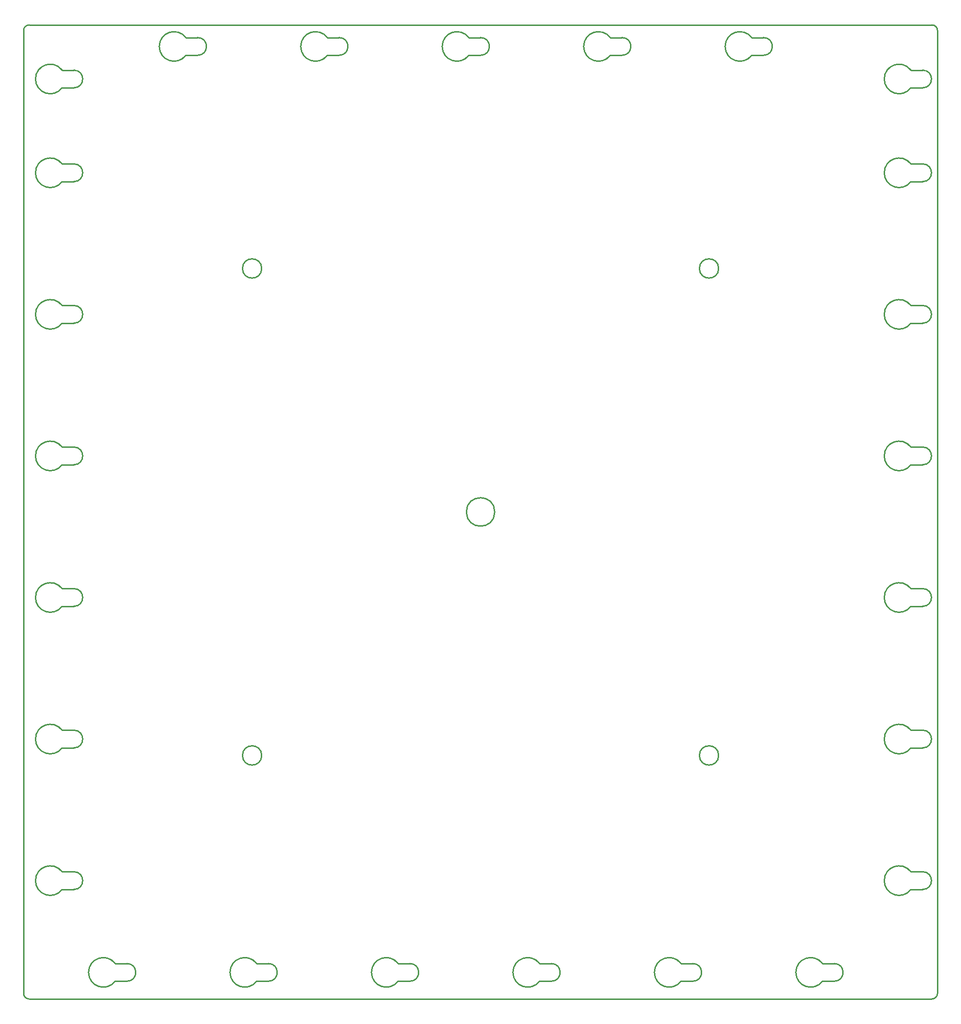
<source format=gbr>
%TF.GenerationSoftware,KiCad,Pcbnew,7.0.9*%
%TF.CreationDate,2024-08-20T15:44:40-06:00*%
%TF.ProjectId,bottom 40k wall,626f7474-6f6d-4203-9430-6b2077616c6c,rev?*%
%TF.SameCoordinates,Original*%
%TF.FileFunction,Profile,NP*%
%FSLAX46Y46*%
G04 Gerber Fmt 4.6, Leading zero omitted, Abs format (unit mm)*
G04 Created by KiCad (PCBNEW 7.0.9) date 2024-08-20 15:44:40*
%MOMM*%
%LPD*%
G01*
G04 APERTURE LIST*
%TA.AperFunction,Profile*%
%ADD10C,0.250000*%
%TD*%
G04 APERTURE END LIST*
D10*
X0Y-172745000D02*
G75*
G03*
X1000000Y-173745000I1000000J0D01*
G01*
X161425000Y-103307500D02*
X159309373Y-103307500D01*
X118034373Y-167395000D02*
G75*
G03*
X118034373Y-170570000I-2121873J-1587500D01*
G01*
X145550000Y-167395000D02*
X143434373Y-167395000D01*
X120150000Y-170570000D02*
G75*
G03*
X120150000Y-167395000I0J1587500D01*
G01*
X161425000Y-7100000D02*
X159309373Y-7100000D01*
X161425000Y-49332500D02*
X159309373Y-49332500D01*
X1000000Y-173745000D02*
X163100000Y-173745000D01*
X0Y0D02*
X0Y-172745000D01*
X18550000Y-170570000D02*
G75*
G03*
X18550000Y-167395000I0J1587500D01*
G01*
X67234373Y-167395000D02*
G75*
G03*
X67234373Y-170570000I-2121873J-1587500D01*
G01*
X161425000Y-100132500D02*
X159309373Y-100132500D01*
X161425000Y-77907500D02*
X159309373Y-77907500D01*
X82050000Y-4437500D02*
X79934373Y-4437500D01*
X161425000Y-10275000D02*
G75*
G03*
X161425000Y-7100000I0J1587500D01*
G01*
X9025000Y-103307500D02*
G75*
G03*
X9025000Y-100132500I0J1587500D01*
G01*
X161425000Y-74732500D02*
X159309373Y-74732500D01*
X9025000Y-23932500D02*
X6909373Y-23932500D01*
X1000000Y1000000D02*
X163100000Y1000000D01*
X6909373Y-125532500D02*
G75*
G03*
X6909373Y-128707500I-2121873J-1587500D01*
G01*
X9025000Y-49332500D02*
X6909373Y-49332500D01*
X9025000Y-27107500D02*
X6909373Y-27107500D01*
X94750000Y-170570000D02*
G75*
G03*
X94750000Y-167395000I0J1587500D01*
G01*
X159309373Y-23932500D02*
G75*
G03*
X159309373Y-27107500I-2121873J-1587500D01*
G01*
X9025000Y-100132500D02*
X6909373Y-100132500D01*
X124800000Y-130058750D02*
G75*
G03*
X124800000Y-130058750I-1725000J0D01*
G01*
X132850000Y-4437500D02*
G75*
G03*
X132850000Y-1262500I0J1587500D01*
G01*
X6909373Y-7100000D02*
G75*
G03*
X6909373Y-10275000I-2121873J-1587500D01*
G01*
X9025000Y-128707500D02*
X6909373Y-128707500D01*
X161425000Y-150932500D02*
X159309373Y-150932500D01*
X6909373Y-23932500D02*
G75*
G03*
X6909373Y-27107500I-2121873J-1587500D01*
G01*
X161425000Y-10275000D02*
X159309373Y-10275000D01*
X9025000Y-77907500D02*
G75*
G03*
X9025000Y-74732500I0J1587500D01*
G01*
X9025000Y-128707500D02*
G75*
G03*
X9025000Y-125532500I0J1587500D01*
G01*
X31250000Y-4437500D02*
X29134373Y-4437500D01*
X161425000Y-23932500D02*
X159309373Y-23932500D01*
X43950000Y-167395000D02*
X41834373Y-167395000D01*
X31250000Y-1262500D02*
X29134373Y-1262500D01*
X161425000Y-52507500D02*
G75*
G03*
X161425000Y-49332500I0J1587500D01*
G01*
X92634373Y-167395000D02*
G75*
G03*
X92634373Y-170570000I-2121873J-1587500D01*
G01*
X164100000Y0D02*
G75*
G03*
X163100000Y1000000I-1000000J0D01*
G01*
X161425000Y-77907500D02*
G75*
G03*
X161425000Y-74732500I0J1587500D01*
G01*
X18550000Y-170570000D02*
X16434373Y-170570000D01*
X42750000Y-130058750D02*
G75*
G03*
X42750000Y-130058750I-1725000J0D01*
G01*
X130734373Y-1262500D02*
G75*
G03*
X130734373Y-4437500I-2121873J-1587500D01*
G01*
X161425000Y-128707500D02*
X159309373Y-128707500D01*
X82050000Y-1262500D02*
X79934373Y-1262500D01*
X9025000Y-154107500D02*
G75*
G03*
X9025000Y-150932500I0J1587500D01*
G01*
X124800000Y-42686250D02*
G75*
G03*
X124800000Y-42686250I-1725000J0D01*
G01*
X9025000Y-154107500D02*
X6909373Y-154107500D01*
X159309373Y-74732500D02*
G75*
G03*
X159309373Y-77907500I-2121873J-1587500D01*
G01*
X69350000Y-170570000D02*
G75*
G03*
X69350000Y-167395000I0J1587500D01*
G01*
X105334373Y-1262500D02*
G75*
G03*
X105334373Y-4437500I-2121873J-1587500D01*
G01*
X42750000Y-42686250D02*
G75*
G03*
X42750000Y-42686250I-1725000J0D01*
G01*
X9025000Y-103307500D02*
X6909373Y-103307500D01*
X9025000Y-77907500D02*
X6909373Y-77907500D01*
X159309373Y-7100000D02*
G75*
G03*
X159309373Y-10275000I-2121873J-1587500D01*
G01*
X132850000Y-1262500D02*
X130734373Y-1262500D01*
X164100000Y-172745000D02*
X164100000Y0D01*
X9025000Y-7100000D02*
X6909373Y-7100000D01*
X9025000Y-150932500D02*
X6909373Y-150932500D01*
X9025000Y-125532500D02*
X6909373Y-125532500D01*
X94750000Y-167395000D02*
X92634373Y-167395000D01*
X43950000Y-170570000D02*
G75*
G03*
X43950000Y-167395000I0J1587500D01*
G01*
X6909373Y-74732500D02*
G75*
G03*
X6909373Y-77907500I-2121873J-1587500D01*
G01*
X143434373Y-167395000D02*
G75*
G03*
X143434373Y-170570000I-2121873J-1587500D01*
G01*
X94750000Y-170570000D02*
X92634373Y-170570000D01*
X120150000Y-170570000D02*
X118034373Y-170570000D01*
X9025000Y-74732500D02*
X6909373Y-74732500D01*
X161425000Y-154107500D02*
G75*
G03*
X161425000Y-150932500I0J1587500D01*
G01*
X16434373Y-167395000D02*
G75*
G03*
X16434373Y-170570000I-2121873J-1587500D01*
G01*
X132850000Y-4437500D02*
X130734373Y-4437500D01*
X107450000Y-4437500D02*
X105334373Y-4437500D01*
X159309373Y-100132500D02*
G75*
G03*
X159309373Y-103307500I-2121873J-1587500D01*
G01*
X161425000Y-154107500D02*
X159309373Y-154107500D01*
X79934373Y-1262500D02*
G75*
G03*
X79934373Y-4437500I-2121873J-1587500D01*
G01*
X161425000Y-27107500D02*
G75*
G03*
X161425000Y-23932500I0J1587500D01*
G01*
X9025000Y-52507500D02*
X6909373Y-52507500D01*
X161425000Y-103307500D02*
G75*
G03*
X161425000Y-100132500I0J1587500D01*
G01*
X161425000Y-52507500D02*
X159309373Y-52507500D01*
X161425000Y-27107500D02*
X159309373Y-27107500D01*
X6909373Y-100132500D02*
G75*
G03*
X6909373Y-103307500I-2121873J-1587500D01*
G01*
X41834373Y-167395000D02*
G75*
G03*
X41834373Y-170570000I-2121873J-1587500D01*
G01*
X107450000Y-1262500D02*
X105334373Y-1262500D01*
X6909373Y-49332500D02*
G75*
G03*
X6909373Y-52507500I-2121873J-1587500D01*
G01*
X43950000Y-170570000D02*
X41834373Y-170570000D01*
X6909373Y-150932500D02*
G75*
G03*
X6909373Y-154107500I-2121873J-1587500D01*
G01*
X56650000Y-4437500D02*
X54534373Y-4437500D01*
X69350000Y-170570000D02*
X67234373Y-170570000D01*
X31250000Y-4437500D02*
G75*
G03*
X31250000Y-1262500I0J1587500D01*
G01*
X145550000Y-170570000D02*
G75*
G03*
X145550000Y-167395000I0J1587500D01*
G01*
X54534373Y-1262500D02*
G75*
G03*
X54534373Y-4437500I-2121873J-1587500D01*
G01*
X56650000Y-1262500D02*
X54534373Y-1262500D01*
X9025000Y-10275000D02*
G75*
G03*
X9025000Y-7100000I0J1587500D01*
G01*
X159309373Y-150932500D02*
G75*
G03*
X159309373Y-154107500I-2121873J-1587500D01*
G01*
X9025000Y-52507500D02*
G75*
G03*
X9025000Y-49332500I0J1587500D01*
G01*
X107450000Y-4437500D02*
G75*
G03*
X107450000Y-1262500I0J1587500D01*
G01*
X159309373Y-125532500D02*
G75*
G03*
X159309373Y-128707500I-2121873J-1587500D01*
G01*
X29134373Y-1262500D02*
G75*
G03*
X29134373Y-4437500I-2121873J-1587500D01*
G01*
X163100000Y-173745000D02*
G75*
G03*
X164100000Y-172745000I0J1000000D01*
G01*
X69350000Y-167395000D02*
X67234373Y-167395000D01*
X159309373Y-49332500D02*
G75*
G03*
X159309373Y-52507500I-2121873J-1587500D01*
G01*
X82050000Y-4437500D02*
G75*
G03*
X82050000Y-1262500I0J1587500D01*
G01*
X161425000Y-125532500D02*
X159309373Y-125532500D01*
X9025000Y-10275000D02*
X6909373Y-10275000D01*
X18550000Y-167395000D02*
X16434373Y-167395000D01*
X56650000Y-4437500D02*
G75*
G03*
X56650000Y-1262500I0J1587500D01*
G01*
X1000000Y1000000D02*
G75*
G03*
X0Y0I0J-1000000D01*
G01*
X145550000Y-170570000D02*
X143434373Y-170570000D01*
X9025000Y-27107500D02*
G75*
G03*
X9025000Y-23932500I0J1587500D01*
G01*
X120150000Y-167395000D02*
X118034373Y-167395000D01*
X84602700Y-86372500D02*
G75*
G03*
X84602700Y-86372500I-2552700J0D01*
G01*
X161425000Y-128707500D02*
G75*
G03*
X161425000Y-125532500I0J1587500D01*
G01*
M02*

</source>
